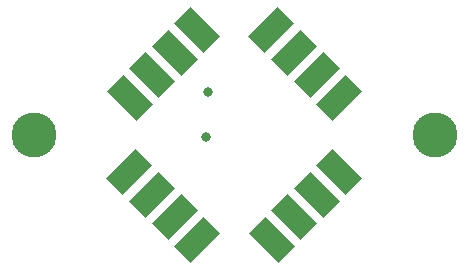
<source format=gbr>
%TF.GenerationSoftware,KiCad,Pcbnew,(6.0.6-0)*%
%TF.CreationDate,2022-07-27T22:54:00+02:00*%
%TF.ProjectId,GlowTower_LED_connector_PCB,476c6f77-546f-4776-9572-5f4c45445f63,rev?*%
%TF.SameCoordinates,Original*%
%TF.FileFunction,Soldermask,Bot*%
%TF.FilePolarity,Negative*%
%FSLAX46Y46*%
G04 Gerber Fmt 4.6, Leading zero omitted, Abs format (unit mm)*
G04 Created by KiCad (PCBNEW (6.0.6-0)) date 2022-07-27 22:54:00*
%MOMM*%
%LPD*%
G01*
G04 APERTURE LIST*
G04 Aperture macros list*
%AMRotRect*
0 Rectangle, with rotation*
0 The origin of the aperture is its center*
0 $1 length*
0 $2 width*
0 $3 Rotation angle, in degrees counterclockwise*
0 Add horizontal line*
21,1,$1,$2,0,0,$3*%
G04 Aperture macros list end*
%ADD10RotRect,2.000000X3.500000X225.000000*%
%ADD11RotRect,2.000000X3.500000X315.000000*%
%ADD12RotRect,2.000000X3.500000X45.000000*%
%ADD13RotRect,2.000000X3.500000X135.000000*%
%ADD14C,3.800000*%
%ADD15C,0.800000*%
G04 APERTURE END LIST*
D10*
%TO.C,U4*%
X110490880Y-75326225D03*
X108582211Y-77234895D03*
X106673542Y-79143564D03*
X104764871Y-81052235D03*
%TD*%
D11*
%TO.C,U1*%
X110476010Y-69026009D03*
X108567339Y-67117338D03*
X106658670Y-65208669D03*
X104750000Y-63300000D03*
%TD*%
D12*
%TO.C,U3*%
X92732662Y-69017339D03*
X94641331Y-67108669D03*
X96550000Y-65200000D03*
X98458671Y-63291329D03*
%TD*%
D13*
%TO.C,U2*%
X92727765Y-75324871D03*
X94636436Y-77233542D03*
X96545105Y-79142211D03*
X98453775Y-81050880D03*
%TD*%
D14*
%TO.C,U5*%
X118609970Y-72190350D03*
%TD*%
%TO.C,U6*%
X84609970Y-72190350D03*
%TD*%
D15*
X99410000Y-68580000D03*
X99240000Y-72350000D03*
M02*

</source>
